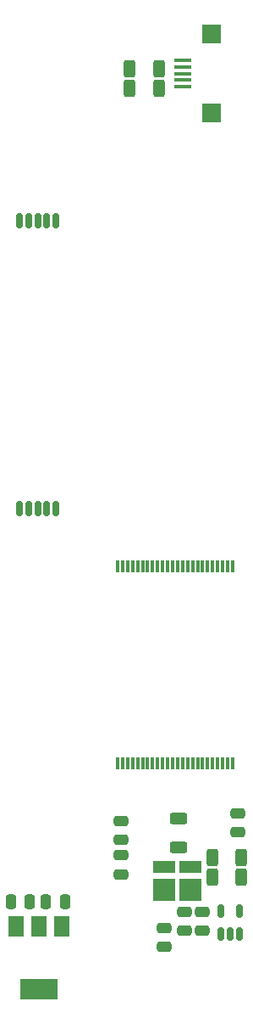
<source format=gbr>
%TF.GenerationSoftware,KiCad,Pcbnew,(6.0.5)*%
%TF.CreationDate,2023-05-31T00:43:37+03:00*%
%TF.ProjectId,JLC1,4a4c4331-2e6b-4696-9361-645f70636258,rev?*%
%TF.SameCoordinates,Original*%
%TF.FileFunction,Paste,Bot*%
%TF.FilePolarity,Positive*%
%FSLAX46Y46*%
G04 Gerber Fmt 4.6, Leading zero omitted, Abs format (unit mm)*
G04 Created by KiCad (PCBNEW (6.0.5)) date 2023-05-31 00:43:37*
%MOMM*%
%LPD*%
G01*
G04 APERTURE LIST*
G04 Aperture macros list*
%AMRoundRect*
0 Rectangle with rounded corners*
0 $1 Rounding radius*
0 $2 $3 $4 $5 $6 $7 $8 $9 X,Y pos of 4 corners*
0 Add a 4 corners polygon primitive as box body*
4,1,4,$2,$3,$4,$5,$6,$7,$8,$9,$2,$3,0*
0 Add four circle primitives for the rounded corners*
1,1,$1+$1,$2,$3*
1,1,$1+$1,$4,$5*
1,1,$1+$1,$6,$7*
1,1,$1+$1,$8,$9*
0 Add four rect primitives between the rounded corners*
20,1,$1+$1,$2,$3,$4,$5,0*
20,1,$1+$1,$4,$5,$6,$7,0*
20,1,$1+$1,$6,$7,$8,$9,0*
20,1,$1+$1,$8,$9,$2,$3,0*%
G04 Aperture macros list end*
%ADD10RoundRect,0.175000X0.175000X0.575000X-0.175000X0.575000X-0.175000X-0.575000X0.175000X-0.575000X0*%
%ADD11R,2.200000X2.200000*%
%ADD12R,2.200000X1.250000*%
%ADD13RoundRect,0.250000X0.475000X-0.250000X0.475000X0.250000X-0.475000X0.250000X-0.475000X-0.250000X0*%
%ADD14RoundRect,0.250000X0.312500X0.625000X-0.312500X0.625000X-0.312500X-0.625000X0.312500X-0.625000X0*%
%ADD15RoundRect,0.150000X0.150000X-0.512500X0.150000X0.512500X-0.150000X0.512500X-0.150000X-0.512500X0*%
%ADD16R,1.500000X2.000000*%
%ADD17R,3.800000X2.000000*%
%ADD18RoundRect,0.250000X-0.250000X-0.475000X0.250000X-0.475000X0.250000X0.475000X-0.250000X0.475000X0*%
%ADD19R,0.300000X1.275000*%
%ADD20RoundRect,0.250000X-0.312500X-0.625000X0.312500X-0.625000X0.312500X0.625000X-0.312500X0.625000X0*%
%ADD21R,1.800000X0.400000*%
%ADD22R,1.900000X1.900000*%
%ADD23RoundRect,0.250000X0.625000X-0.312500X0.625000X0.312500X-0.625000X0.312500X-0.625000X-0.312500X0*%
G04 APERTURE END LIST*
D10*
%TO.C,*%
X184995000Y-54070000D03*
%TD*%
%TO.C,*%
X186795000Y-82745000D03*
%TD*%
D11*
%TO.C,D2*%
X197645000Y-120765000D03*
D12*
X197645000Y-118490000D03*
%TD*%
D13*
%TO.C,C12*%
X199670000Y-124855000D03*
X199670000Y-122955000D03*
%TD*%
D10*
%TO.C,*%
X184095000Y-82745000D03*
%TD*%
D13*
%TO.C,C10*%
X193315000Y-119215000D03*
X193315000Y-117315000D03*
%TD*%
D14*
%TO.C,R1*%
X205347500Y-117500000D03*
X202422500Y-117500000D03*
%TD*%
D10*
%TO.C,*%
X183195000Y-82745000D03*
%TD*%
D15*
%TO.C,U1*%
X205185000Y-125175000D03*
X204235000Y-125175000D03*
X203285000Y-125175000D03*
X203285000Y-122900000D03*
X205185000Y-122900000D03*
%TD*%
D13*
%TO.C,C3*%
X197632500Y-126437500D03*
X197632500Y-124537500D03*
%TD*%
D16*
%TO.C,78L05*%
X182789500Y-124405000D03*
X185089500Y-124405000D03*
X187389500Y-124405000D03*
D17*
X185089500Y-130705000D03*
%TD*%
D18*
%TO.C,100uF*%
X185814500Y-121905000D03*
X187714500Y-121905000D03*
%TD*%
D19*
%TO.C,m2*%
X192985000Y-88475000D03*
X193485000Y-88475000D03*
X193985000Y-88475000D03*
X194485000Y-88475000D03*
X194985000Y-88475000D03*
X195485000Y-88475000D03*
X195985000Y-88475000D03*
X196485000Y-88475000D03*
X196985000Y-88475000D03*
X197485000Y-88475000D03*
X197985000Y-88475000D03*
X198485000Y-88475000D03*
X198985000Y-88475000D03*
X199485000Y-88475000D03*
X199985000Y-88475000D03*
X200485000Y-88475000D03*
X200985000Y-88475000D03*
X201485000Y-88475000D03*
X201985000Y-88475000D03*
X202485000Y-88475000D03*
X202985000Y-88475000D03*
X203485000Y-88475000D03*
X203985000Y-88475000D03*
X204485000Y-88475000D03*
X204485000Y-108151000D03*
X203985000Y-108151000D03*
X203485000Y-108151000D03*
X202985000Y-108151000D03*
X202485000Y-108151000D03*
X201985000Y-108151000D03*
X201485000Y-108151000D03*
X200985000Y-108151000D03*
X200485000Y-108151000D03*
X199985000Y-108151000D03*
X199485000Y-108151000D03*
X198985000Y-108151000D03*
X198485000Y-108151000D03*
X197985000Y-108151000D03*
X197485000Y-108151000D03*
X196985000Y-108151000D03*
X196485000Y-108151000D03*
X195985000Y-108151000D03*
X195485000Y-108151000D03*
X194985000Y-108151000D03*
X194485000Y-108151000D03*
X193985000Y-108151000D03*
X193485000Y-108151000D03*
X192985000Y-108151000D03*
%TD*%
D18*
%TO.C,100uF*%
X182314500Y-121905000D03*
X184214500Y-121905000D03*
%TD*%
D10*
%TO.C,*%
X184995000Y-82745000D03*
%TD*%
D20*
%TO.C,22R*%
X194207500Y-40870000D03*
X197132500Y-40870000D03*
%TD*%
D14*
%TO.C,R2*%
X205347500Y-119475000D03*
X202422500Y-119475000D03*
%TD*%
D10*
%TO.C,*%
X185895000Y-82745000D03*
%TD*%
D21*
%TO.C,REF\u002A\u002A*%
X199470000Y-38070000D03*
X199470000Y-38720000D03*
X199470000Y-39370000D03*
X199470000Y-40020000D03*
X199470000Y-40670000D03*
D22*
X202370000Y-35420000D03*
X202370000Y-43320000D03*
%TD*%
D13*
%TO.C,C9*%
X193315000Y-115765000D03*
X193315000Y-113865000D03*
%TD*%
D10*
%TO.C,*%
X183195000Y-54070000D03*
%TD*%
%TO.C,*%
X186795000Y-54070000D03*
%TD*%
D13*
%TO.C,C14*%
X205025000Y-115025000D03*
X205025000Y-113125000D03*
%TD*%
D10*
%TO.C,*%
X185895000Y-54070000D03*
%TD*%
D13*
%TO.C,C11*%
X201462500Y-124857500D03*
X201462500Y-122957500D03*
%TD*%
D20*
%TO.C,22R*%
X194182500Y-38870000D03*
X197107500Y-38870000D03*
%TD*%
D23*
%TO.C,R4*%
X199105000Y-116547500D03*
X199105000Y-113622500D03*
%TD*%
D10*
%TO.C,*%
X184095000Y-54070000D03*
%TD*%
D11*
%TO.C,D1*%
X200260000Y-120775000D03*
D12*
X200260000Y-118500000D03*
%TD*%
M02*

</source>
